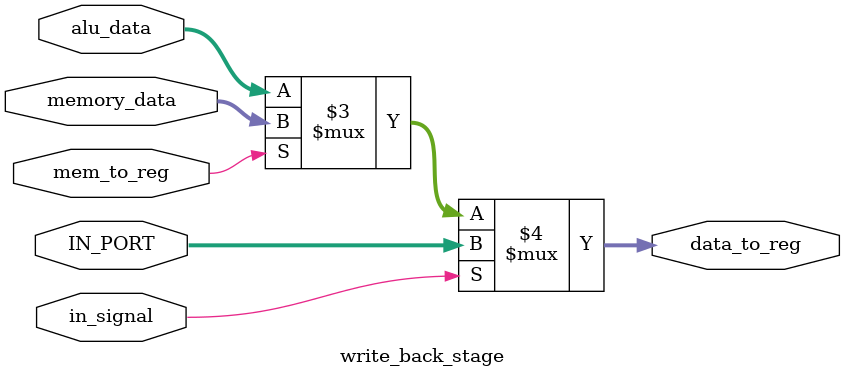
<source format=v>
module write_back_stage(memory_data, alu_data,IN_PORT,in_signal, mem_to_reg, data_to_reg);
  input [15:0] memory_data ,alu_data,IN_PORT;
  input mem_to_reg,in_signal;
  output reg [15:0] data_to_reg;
   
   
   assign data_to_reg=(in_signal==1'b1)?IN_PORT:(mem_to_reg==1'b0)?alu_data:memory_data;
   
//always@(*)
//begin
 // if(in_signal==1)
 //   data_to_reg=IN_PORT;
 // else if(mem_to_reg == 0)
  //  data_to_reg = alu_data;
 // else 
  //  data_to_reg = memory_data;
 // end
endmodule
</source>
